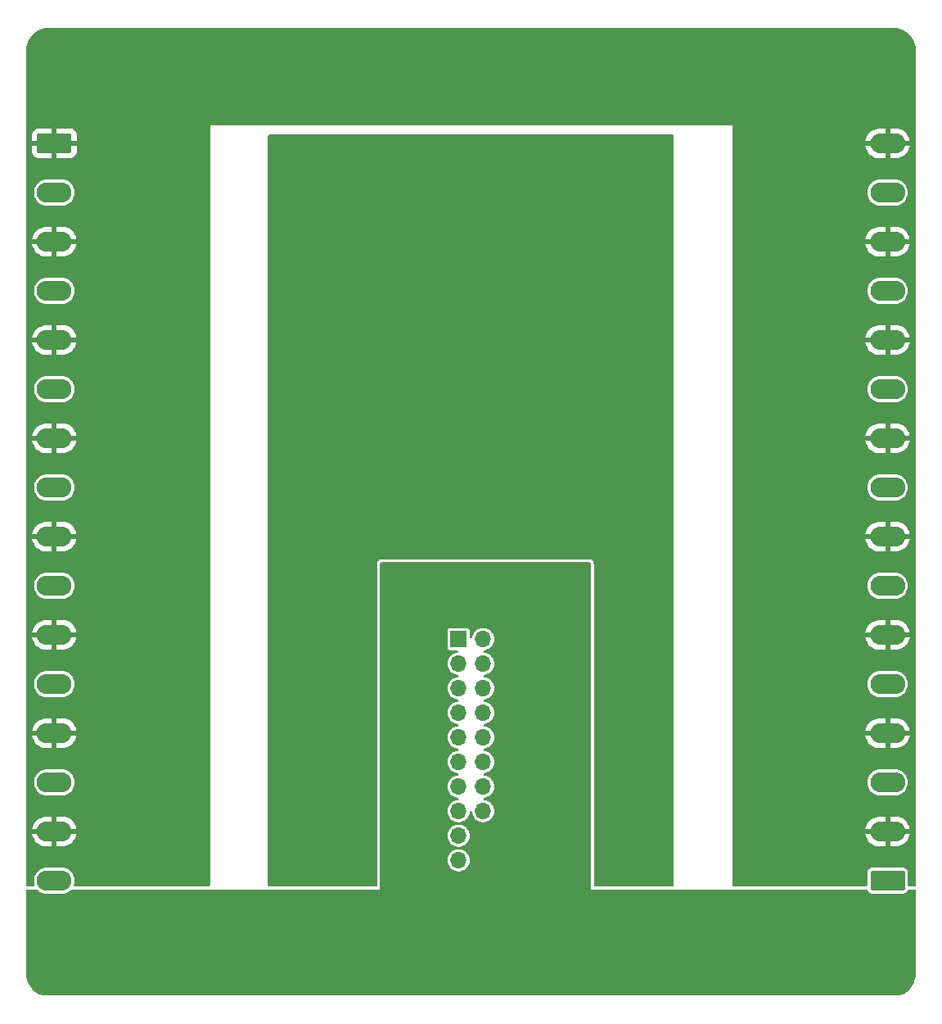
<source format=gbr>
G04 #@! TF.GenerationSoftware,KiCad,Pcbnew,7.0.1*
G04 #@! TF.CreationDate,2023-06-29T16:02:41+02:00*
G04 #@! TF.ProjectId,Magnetsteuerung_v2.1,4d61676e-6574-4737-9465-756572756e67,rev?*
G04 #@! TF.SameCoordinates,Original*
G04 #@! TF.FileFunction,Copper,L2,Bot*
G04 #@! TF.FilePolarity,Positive*
%FSLAX46Y46*%
G04 Gerber Fmt 4.6, Leading zero omitted, Abs format (unit mm)*
G04 Created by KiCad (PCBNEW 7.0.1) date 2023-06-29 16:02:41*
%MOMM*%
%LPD*%
G01*
G04 APERTURE LIST*
G04 Aperture macros list*
%AMRoundRect*
0 Rectangle with rounded corners*
0 $1 Rounding radius*
0 $2 $3 $4 $5 $6 $7 $8 $9 X,Y pos of 4 corners*
0 Add a 4 corners polygon primitive as box body*
4,1,4,$2,$3,$4,$5,$6,$7,$8,$9,$2,$3,0*
0 Add four circle primitives for the rounded corners*
1,1,$1+$1,$2,$3*
1,1,$1+$1,$4,$5*
1,1,$1+$1,$6,$7*
1,1,$1+$1,$8,$9*
0 Add four rect primitives between the rounded corners*
20,1,$1+$1,$2,$3,$4,$5,0*
20,1,$1+$1,$4,$5,$6,$7,0*
20,1,$1+$1,$6,$7,$8,$9,0*
20,1,$1+$1,$8,$9,$2,$3,0*%
G04 Aperture macros list end*
G04 #@! TA.AperFunction,ComponentPad*
%ADD10C,0.900000*%
G04 #@! TD*
G04 #@! TA.AperFunction,ComponentPad*
%ADD11C,8.600000*%
G04 #@! TD*
G04 #@! TA.AperFunction,ComponentPad*
%ADD12R,1.700000X1.700000*%
G04 #@! TD*
G04 #@! TA.AperFunction,ComponentPad*
%ADD13O,1.700000X1.700000*%
G04 #@! TD*
G04 #@! TA.AperFunction,ComponentPad*
%ADD14RoundRect,0.249999X1.550001X-0.790001X1.550001X0.790001X-1.550001X0.790001X-1.550001X-0.790001X0*%
G04 #@! TD*
G04 #@! TA.AperFunction,ComponentPad*
%ADD15O,3.600000X2.080000*%
G04 #@! TD*
G04 #@! TA.AperFunction,ComponentPad*
%ADD16RoundRect,0.249999X-1.550001X0.790001X-1.550001X-0.790001X1.550001X-0.790001X1.550001X0.790001X0*%
G04 #@! TD*
G04 #@! TA.AperFunction,ViaPad*
%ADD17C,0.800000*%
G04 #@! TD*
G04 APERTURE END LIST*
D10*
X90275000Y-35500000D03*
X91219581Y-33219581D03*
X91219581Y-37780419D03*
X93500000Y-32275000D03*
D11*
X93500000Y-35500000D03*
D10*
X93500000Y-38725000D03*
X95780419Y-33219581D03*
X95780419Y-37780419D03*
X96725000Y-35500000D03*
X173275000Y-35500000D03*
X174219581Y-33219581D03*
X174219581Y-37780419D03*
X176500000Y-32275000D03*
D11*
X176500000Y-35500000D03*
D10*
X176500000Y-38725000D03*
X178780419Y-33219581D03*
X178780419Y-37780419D03*
X179725000Y-35500000D03*
X173275000Y-126500000D03*
X174219581Y-124219581D03*
X174219581Y-128780419D03*
X176500000Y-123275000D03*
D11*
X176500000Y-126500000D03*
D10*
X176500000Y-129725000D03*
X178780419Y-124219581D03*
X178780419Y-128780419D03*
X179725000Y-126500000D03*
D12*
X133725000Y-94145000D03*
D13*
X136265000Y-94145000D03*
X133725000Y-96685000D03*
X136265000Y-96685000D03*
X133725000Y-99225000D03*
X136265000Y-99225000D03*
X133725000Y-101765000D03*
X136265000Y-101765000D03*
X133725000Y-104305000D03*
X136265000Y-104305000D03*
X133725000Y-106845000D03*
X136265000Y-106845000D03*
X133725000Y-109385000D03*
X136265000Y-109385000D03*
X133725000Y-111925000D03*
X136265000Y-111925000D03*
X133725000Y-114465000D03*
X136265000Y-114465000D03*
X133725000Y-117005000D03*
X136265000Y-117005000D03*
D10*
X90275000Y-126500000D03*
X91219581Y-124219581D03*
X91219581Y-128780419D03*
X93500000Y-123275000D03*
D11*
X93500000Y-126500000D03*
D10*
X93500000Y-129725000D03*
X95780419Y-124219581D03*
X95780419Y-128780419D03*
X96725000Y-126500000D03*
D14*
X178100000Y-119100000D03*
D15*
X178100000Y-114020000D03*
X178100000Y-108940000D03*
X178100000Y-103860000D03*
X178100000Y-98780000D03*
X178100000Y-93700000D03*
X178100000Y-88620000D03*
X178100000Y-83540000D03*
X178100000Y-78460000D03*
X178100000Y-73380000D03*
X178100000Y-68300000D03*
X178100000Y-63220000D03*
X178100000Y-58140000D03*
X178100000Y-53060000D03*
X178100000Y-47980000D03*
X178100000Y-42900000D03*
D16*
X91900000Y-42900000D03*
D15*
X91900000Y-47980000D03*
X91900000Y-53060000D03*
X91900000Y-58140000D03*
X91900000Y-63220000D03*
X91900000Y-68300000D03*
X91900000Y-73380000D03*
X91900000Y-78460000D03*
X91900000Y-83540000D03*
X91900000Y-88620000D03*
X91900000Y-93700000D03*
X91900000Y-98780000D03*
X91900000Y-103860000D03*
X91900000Y-108940000D03*
X91900000Y-114020000D03*
X91900000Y-119100000D03*
D17*
X136000000Y-87800000D03*
X133000000Y-87800000D03*
X144400000Y-87800000D03*
X138800000Y-87800000D03*
X141600000Y-87800000D03*
X130200000Y-89400000D03*
X130200000Y-87800000D03*
X133000000Y-89400000D03*
X144400000Y-89400000D03*
X127400000Y-89400000D03*
X130200000Y-92400000D03*
X138800000Y-91000000D03*
X127400000Y-87800000D03*
X127400000Y-92400000D03*
X144400000Y-92400000D03*
X138800000Y-89400000D03*
X141600000Y-91000000D03*
X144400000Y-91000000D03*
X136000000Y-89400000D03*
X133000000Y-91000000D03*
X141600000Y-92400000D03*
X130200000Y-91000000D03*
X141600000Y-89400000D03*
X127400000Y-91000000D03*
X136000000Y-91000000D03*
X115400000Y-109140000D03*
X116800000Y-109140000D03*
X154520000Y-42710000D03*
X153060000Y-113830000D03*
X154520000Y-113830000D03*
X139000000Y-81500000D03*
X145000000Y-83000000D03*
X143500000Y-81500000D03*
X153060000Y-52870000D03*
X154520000Y-83350000D03*
X143500000Y-77000000D03*
X142000000Y-83000000D03*
X137500000Y-81500000D03*
X142000000Y-81500000D03*
X139000000Y-83000000D03*
X115400000Y-58340000D03*
X142000000Y-80000000D03*
X116800000Y-68500000D03*
X154520000Y-73190000D03*
X154520000Y-93510000D03*
X145000000Y-81500000D03*
X116800000Y-88820000D03*
X137500000Y-83000000D03*
X153060000Y-73190000D03*
X115400000Y-48180000D03*
X115400000Y-88820000D03*
X143500000Y-80000000D03*
X116800000Y-98980000D03*
X116800000Y-58340000D03*
X153060000Y-83350000D03*
X142000000Y-77000000D03*
X153060000Y-63030000D03*
X153060000Y-93510000D03*
X145000000Y-80000000D03*
X154520000Y-103670000D03*
X143500000Y-78500000D03*
X145000000Y-78500000D03*
X153060000Y-42710000D03*
X153060000Y-103670000D03*
X116800000Y-78660000D03*
X116800000Y-119300000D03*
X145000000Y-77000000D03*
X115400000Y-119300000D03*
X140500000Y-81500000D03*
X115400000Y-78660000D03*
X143500000Y-83000000D03*
X154520000Y-52870000D03*
X115400000Y-98980000D03*
X115400000Y-68500000D03*
X116800000Y-48180000D03*
X140500000Y-83000000D03*
X142000000Y-78500000D03*
X154520000Y-63030000D03*
G04 #@! TA.AperFunction,Conductor*
G36*
X147337000Y-86216881D02*
G01*
X147383119Y-86263000D01*
X147400000Y-86326000D01*
X147400000Y-120800000D01*
X125600000Y-120800000D01*
X125600000Y-117004999D01*
X132569571Y-117004999D01*
X132589244Y-117217312D01*
X132647594Y-117422387D01*
X132742635Y-117613257D01*
X132806880Y-117698330D01*
X132871128Y-117783407D01*
X133028698Y-117927052D01*
X133209978Y-118039297D01*
X133209981Y-118039298D01*
X133408802Y-118116321D01*
X133618390Y-118155500D01*
X133831608Y-118155500D01*
X133831610Y-118155500D01*
X134041198Y-118116321D01*
X134240019Y-118039298D01*
X134421302Y-117927052D01*
X134578872Y-117783407D01*
X134707366Y-117613255D01*
X134802405Y-117422389D01*
X134860756Y-117217310D01*
X134880429Y-117005000D01*
X134860756Y-116792690D01*
X134802405Y-116587611D01*
X134707366Y-116396745D01*
X134578872Y-116226593D01*
X134421302Y-116082948D01*
X134421301Y-116082947D01*
X134240021Y-115970702D01*
X134041198Y-115893679D01*
X133854902Y-115858854D01*
X133793171Y-115828115D01*
X133756867Y-115769481D01*
X133756867Y-115700519D01*
X133793171Y-115641885D01*
X133854902Y-115611145D01*
X134041198Y-115576321D01*
X134240019Y-115499298D01*
X134421302Y-115387052D01*
X134578872Y-115243407D01*
X134707366Y-115073255D01*
X134802405Y-114882389D01*
X134860756Y-114677310D01*
X134880429Y-114465000D01*
X134860756Y-114252690D01*
X134802405Y-114047611D01*
X134707366Y-113856745D01*
X134578872Y-113686593D01*
X134421302Y-113542948D01*
X134421301Y-113542947D01*
X134240021Y-113430702D01*
X134041198Y-113353679D01*
X134041197Y-113353678D01*
X133854902Y-113318854D01*
X133793171Y-113288115D01*
X133756867Y-113229481D01*
X133756867Y-113160519D01*
X133793171Y-113101885D01*
X133854902Y-113071145D01*
X134041198Y-113036321D01*
X134240019Y-112959298D01*
X134421302Y-112847052D01*
X134578872Y-112703407D01*
X134707366Y-112533255D01*
X134802405Y-112342389D01*
X134860756Y-112137310D01*
X134869537Y-112042537D01*
X134889966Y-111984568D01*
X134935390Y-111943158D01*
X134995000Y-111928166D01*
X135054610Y-111943158D01*
X135100034Y-111984568D01*
X135120462Y-112042537D01*
X135127021Y-112113323D01*
X135129244Y-112137312D01*
X135187594Y-112342387D01*
X135282635Y-112533257D01*
X135346881Y-112618331D01*
X135411128Y-112703407D01*
X135568698Y-112847052D01*
X135749978Y-112959297D01*
X135749981Y-112959298D01*
X135948802Y-113036321D01*
X136158390Y-113075500D01*
X136371608Y-113075500D01*
X136371610Y-113075500D01*
X136581198Y-113036321D01*
X136780019Y-112959298D01*
X136961302Y-112847052D01*
X137118872Y-112703407D01*
X137247366Y-112533255D01*
X137342405Y-112342389D01*
X137400756Y-112137310D01*
X137420429Y-111925000D01*
X137400756Y-111712690D01*
X137342405Y-111507611D01*
X137247366Y-111316745D01*
X137118872Y-111146593D01*
X136961302Y-111002948D01*
X136961301Y-111002947D01*
X136780021Y-110890702D01*
X136581198Y-110813679D01*
X136394902Y-110778854D01*
X136333171Y-110748115D01*
X136296867Y-110689481D01*
X136296867Y-110620519D01*
X136333171Y-110561885D01*
X136394902Y-110531145D01*
X136581198Y-110496321D01*
X136780019Y-110419298D01*
X136961302Y-110307052D01*
X137118872Y-110163407D01*
X137247366Y-109993255D01*
X137342405Y-109802389D01*
X137400756Y-109597310D01*
X137420429Y-109385000D01*
X137400756Y-109172690D01*
X137342405Y-108967611D01*
X137247366Y-108776745D01*
X137118872Y-108606593D01*
X136961302Y-108462948D01*
X136961301Y-108462947D01*
X136780021Y-108350702D01*
X136581198Y-108273679D01*
X136394902Y-108238854D01*
X136333171Y-108208115D01*
X136296867Y-108149481D01*
X136296867Y-108080519D01*
X136333171Y-108021885D01*
X136394902Y-107991145D01*
X136581198Y-107956321D01*
X136780019Y-107879298D01*
X136961302Y-107767052D01*
X137118872Y-107623407D01*
X137247366Y-107453255D01*
X137342405Y-107262389D01*
X137400756Y-107057310D01*
X137420429Y-106845000D01*
X137400756Y-106632690D01*
X137342405Y-106427611D01*
X137247366Y-106236745D01*
X137118872Y-106066593D01*
X136961302Y-105922948D01*
X136961301Y-105922947D01*
X136780021Y-105810702D01*
X136581193Y-105733677D01*
X136394904Y-105698853D01*
X136333171Y-105668114D01*
X136296867Y-105609480D01*
X136296867Y-105540517D01*
X136333172Y-105481884D01*
X136394900Y-105451146D01*
X136581198Y-105416321D01*
X136780019Y-105339298D01*
X136961302Y-105227052D01*
X137118872Y-105083407D01*
X137247366Y-104913255D01*
X137342405Y-104722389D01*
X137400756Y-104517310D01*
X137420429Y-104305000D01*
X137400756Y-104092690D01*
X137342405Y-103887611D01*
X137247366Y-103696745D01*
X137118872Y-103526593D01*
X136961302Y-103382948D01*
X136961301Y-103382947D01*
X136780021Y-103270702D01*
X136581193Y-103193677D01*
X136394904Y-103158853D01*
X136333171Y-103128114D01*
X136296867Y-103069480D01*
X136296867Y-103000517D01*
X136333172Y-102941884D01*
X136394900Y-102911146D01*
X136581198Y-102876321D01*
X136780019Y-102799298D01*
X136961302Y-102687052D01*
X137118872Y-102543407D01*
X137247366Y-102373255D01*
X137342405Y-102182389D01*
X137400756Y-101977310D01*
X137420429Y-101765000D01*
X137400756Y-101552690D01*
X137342405Y-101347611D01*
X137247366Y-101156745D01*
X137118872Y-100986593D01*
X136961302Y-100842948D01*
X136961301Y-100842947D01*
X136780021Y-100730702D01*
X136581193Y-100653677D01*
X136394904Y-100618853D01*
X136333171Y-100588114D01*
X136296867Y-100529480D01*
X136296867Y-100460517D01*
X136333172Y-100401884D01*
X136394900Y-100371146D01*
X136581198Y-100336321D01*
X136780019Y-100259298D01*
X136961302Y-100147052D01*
X137118872Y-100003407D01*
X137247366Y-99833255D01*
X137342405Y-99642389D01*
X137400756Y-99437310D01*
X137420429Y-99225000D01*
X137400756Y-99012690D01*
X137342405Y-98807611D01*
X137247366Y-98616745D01*
X137118872Y-98446593D01*
X136961302Y-98302948D01*
X136961301Y-98302947D01*
X136780021Y-98190702D01*
X136581198Y-98113679D01*
X136581197Y-98113678D01*
X136394902Y-98078854D01*
X136333171Y-98048115D01*
X136296867Y-97989481D01*
X136296867Y-97920519D01*
X136333171Y-97861885D01*
X136394902Y-97831145D01*
X136581198Y-97796321D01*
X136780019Y-97719298D01*
X136961302Y-97607052D01*
X137118872Y-97463407D01*
X137247366Y-97293255D01*
X137342405Y-97102389D01*
X137400756Y-96897310D01*
X137420429Y-96685000D01*
X137400756Y-96472690D01*
X137342405Y-96267611D01*
X137247366Y-96076745D01*
X137118872Y-95906593D01*
X136961302Y-95762948D01*
X136961301Y-95762947D01*
X136780021Y-95650702D01*
X136581198Y-95573679D01*
X136581187Y-95573677D01*
X136394902Y-95538854D01*
X136333171Y-95508115D01*
X136296867Y-95449481D01*
X136296867Y-95380519D01*
X136333171Y-95321885D01*
X136394902Y-95291145D01*
X136581198Y-95256321D01*
X136780019Y-95179298D01*
X136798646Y-95167765D01*
X136830408Y-95148098D01*
X136961302Y-95067052D01*
X137118872Y-94923407D01*
X137247366Y-94753255D01*
X137342405Y-94562389D01*
X137400756Y-94357310D01*
X137420429Y-94145000D01*
X137400756Y-93932690D01*
X137342405Y-93727611D01*
X137247366Y-93536745D01*
X137118872Y-93366593D01*
X136961302Y-93222948D01*
X136961301Y-93222947D01*
X136780021Y-93110702D01*
X136581198Y-93033679D01*
X136371610Y-92994500D01*
X136158390Y-92994500D01*
X136018664Y-93020619D01*
X135948801Y-93033679D01*
X135749978Y-93110702D01*
X135568698Y-93222947D01*
X135411127Y-93366594D01*
X135282635Y-93536742D01*
X135187594Y-93727612D01*
X135129243Y-93932693D01*
X135126961Y-93957321D01*
X135105448Y-94016902D01*
X135057661Y-94058485D01*
X134995679Y-94071560D01*
X134935168Y-94052821D01*
X134891422Y-94007006D01*
X134875499Y-93945694D01*
X134875499Y-93250134D01*
X134872585Y-93225009D01*
X134827205Y-93122233D01*
X134747766Y-93042794D01*
X134644992Y-92997415D01*
X134639965Y-92996832D01*
X134619865Y-92994500D01*
X134619861Y-92994500D01*
X132830134Y-92994500D01*
X132805009Y-92997414D01*
X132702233Y-93042794D01*
X132622794Y-93122233D01*
X132577415Y-93225007D01*
X132574500Y-93250138D01*
X132574500Y-95039865D01*
X132577414Y-95064990D01*
X132622794Y-95167766D01*
X132702233Y-95247205D01*
X132702234Y-95247205D01*
X132702235Y-95247206D01*
X132805009Y-95292585D01*
X132830135Y-95295500D01*
X133537175Y-95295499D01*
X133596783Y-95310491D01*
X133642207Y-95351901D01*
X133662635Y-95409873D01*
X133653207Y-95470611D01*
X133616166Y-95519663D01*
X133560326Y-95545353D01*
X133408806Y-95573677D01*
X133209978Y-95650702D01*
X133028698Y-95762947D01*
X132871127Y-95906594D01*
X132742635Y-96076742D01*
X132647594Y-96267612D01*
X132589244Y-96472687D01*
X132569571Y-96685000D01*
X132589244Y-96897312D01*
X132647594Y-97102387D01*
X132742635Y-97293257D01*
X132806880Y-97378330D01*
X132871128Y-97463407D01*
X133028697Y-97607051D01*
X133028698Y-97607052D01*
X133209978Y-97719297D01*
X133209981Y-97719298D01*
X133408802Y-97796321D01*
X133595096Y-97831145D01*
X133656828Y-97861885D01*
X133693132Y-97920519D01*
X133693132Y-97989481D01*
X133656828Y-98048115D01*
X133595096Y-98078854D01*
X133469566Y-98102320D01*
X133408801Y-98113679D01*
X133209978Y-98190702D01*
X133028698Y-98302947D01*
X132871127Y-98446594D01*
X132742635Y-98616742D01*
X132647594Y-98807612D01*
X132589244Y-99012687D01*
X132569571Y-99224999D01*
X132589244Y-99437312D01*
X132647594Y-99642387D01*
X132742635Y-99833257D01*
X132806881Y-99918331D01*
X132871128Y-100003407D01*
X133028697Y-100147051D01*
X133028698Y-100147052D01*
X133209978Y-100259297D01*
X133209981Y-100259298D01*
X133408802Y-100336321D01*
X133595097Y-100371145D01*
X133656827Y-100401884D01*
X133693132Y-100460517D01*
X133693132Y-100529480D01*
X133656828Y-100588114D01*
X133595095Y-100618853D01*
X133408806Y-100653677D01*
X133209978Y-100730702D01*
X133028698Y-100842947D01*
X132871127Y-100986594D01*
X132742635Y-101156742D01*
X132647594Y-101347612D01*
X132589244Y-101552687D01*
X132569571Y-101764999D01*
X132589244Y-101977312D01*
X132647594Y-102182387D01*
X132742635Y-102373257D01*
X132806880Y-102458330D01*
X132871128Y-102543407D01*
X133028698Y-102687052D01*
X133209978Y-102799297D01*
X133209981Y-102799298D01*
X133408802Y-102876321D01*
X133595097Y-102911145D01*
X133656827Y-102941884D01*
X133693132Y-103000517D01*
X133693132Y-103069480D01*
X133656828Y-103128114D01*
X133595095Y-103158853D01*
X133408806Y-103193677D01*
X133209978Y-103270702D01*
X133028698Y-103382947D01*
X132871127Y-103526594D01*
X132742635Y-103696742D01*
X132647594Y-103887612D01*
X132589244Y-104092687D01*
X132569571Y-104305000D01*
X132589244Y-104517312D01*
X132647594Y-104722387D01*
X132742635Y-104913257D01*
X132806880Y-104998330D01*
X132871128Y-105083407D01*
X133028697Y-105227051D01*
X133028698Y-105227052D01*
X133209978Y-105339297D01*
X133209981Y-105339298D01*
X133408802Y-105416321D01*
X133595097Y-105451145D01*
X133656827Y-105481884D01*
X133693132Y-105540517D01*
X133693132Y-105609480D01*
X133656828Y-105668114D01*
X133595095Y-105698853D01*
X133408806Y-105733677D01*
X133209978Y-105810702D01*
X133028698Y-105922947D01*
X132871127Y-106066594D01*
X132742635Y-106236742D01*
X132647594Y-106427612D01*
X132589244Y-106632687D01*
X132569571Y-106845000D01*
X132589244Y-107057312D01*
X132647594Y-107262387D01*
X132742635Y-107453257D01*
X132806880Y-107538330D01*
X132871128Y-107623407D01*
X133028697Y-107767051D01*
X133028698Y-107767052D01*
X133209978Y-107879297D01*
X133209981Y-107879298D01*
X133408802Y-107956321D01*
X133595096Y-107991145D01*
X133656828Y-108021885D01*
X133693132Y-108080519D01*
X133693132Y-108149481D01*
X133656828Y-108208115D01*
X133595096Y-108238854D01*
X133469566Y-108262320D01*
X133408801Y-108273679D01*
X133209978Y-108350702D01*
X133028698Y-108462947D01*
X132871127Y-108606594D01*
X132742635Y-108776742D01*
X132647594Y-108967612D01*
X132589244Y-109172687D01*
X132569571Y-109384999D01*
X132589244Y-109597312D01*
X132647594Y-109802387D01*
X132742635Y-109993257D01*
X132806880Y-110078330D01*
X132871128Y-110163407D01*
X133028698Y-110307052D01*
X133209978Y-110419297D01*
X133209981Y-110419298D01*
X133408802Y-110496321D01*
X133595096Y-110531145D01*
X133656828Y-110561885D01*
X133693132Y-110620519D01*
X133693132Y-110689481D01*
X133656828Y-110748115D01*
X133595096Y-110778854D01*
X133469566Y-110802320D01*
X133408801Y-110813679D01*
X133209978Y-110890702D01*
X133028698Y-111002947D01*
X132871127Y-111146594D01*
X132742635Y-111316742D01*
X132647594Y-111507612D01*
X132589244Y-111712687D01*
X132569571Y-111925000D01*
X132589244Y-112137312D01*
X132647594Y-112342387D01*
X132742635Y-112533257D01*
X132806881Y-112618331D01*
X132871128Y-112703407D01*
X133028698Y-112847052D01*
X133209978Y-112959297D01*
X133209981Y-112959298D01*
X133408802Y-113036321D01*
X133595096Y-113071145D01*
X133656828Y-113101885D01*
X133693132Y-113160519D01*
X133693132Y-113229481D01*
X133656828Y-113288115D01*
X133595096Y-113318854D01*
X133469566Y-113342320D01*
X133408801Y-113353679D01*
X133209978Y-113430702D01*
X133028698Y-113542947D01*
X132871127Y-113686594D01*
X132742635Y-113856742D01*
X132647594Y-114047612D01*
X132589244Y-114252687D01*
X132569571Y-114465000D01*
X132589244Y-114677312D01*
X132647594Y-114882387D01*
X132742635Y-115073257D01*
X132806880Y-115158330D01*
X132871128Y-115243407D01*
X133028697Y-115387051D01*
X133028698Y-115387052D01*
X133209978Y-115499297D01*
X133209981Y-115499298D01*
X133408802Y-115576321D01*
X133595096Y-115611145D01*
X133656828Y-115641885D01*
X133693132Y-115700519D01*
X133693132Y-115769481D01*
X133656828Y-115828115D01*
X133595096Y-115858854D01*
X133469566Y-115882320D01*
X133408801Y-115893679D01*
X133209978Y-115970702D01*
X133028698Y-116082947D01*
X132871127Y-116226594D01*
X132742635Y-116396742D01*
X132647594Y-116587612D01*
X132589244Y-116792687D01*
X132569571Y-117004999D01*
X125600000Y-117004999D01*
X125600000Y-86326000D01*
X125616881Y-86263000D01*
X125663000Y-86216881D01*
X125726000Y-86200000D01*
X147274000Y-86200000D01*
X147337000Y-86216881D01*
G37*
G04 #@! TD.AperFunction*
G04 #@! TA.AperFunction,Conductor*
G36*
X90140275Y-120009591D02*
G01*
X90181149Y-120036902D01*
X90270247Y-120126000D01*
X90275051Y-120130804D01*
X90467188Y-120265340D01*
X90467189Y-120265340D01*
X90467190Y-120265341D01*
X90679771Y-120364469D01*
X90906336Y-120425177D01*
X91081478Y-120440500D01*
X92718516Y-120440500D01*
X92718522Y-120440500D01*
X92893664Y-120425177D01*
X93120229Y-120364469D01*
X93332810Y-120265341D01*
X93524948Y-120130805D01*
X93618850Y-120036902D01*
X93659725Y-120009591D01*
X93707943Y-120000000D01*
X115297619Y-120000000D01*
X115301738Y-120000500D01*
X115314944Y-120000500D01*
X115485056Y-120000500D01*
X115498262Y-120000500D01*
X115502381Y-120000000D01*
X116697619Y-120000000D01*
X116701738Y-120000500D01*
X116714944Y-120000500D01*
X116885056Y-120000500D01*
X116898262Y-120000500D01*
X116902381Y-120000000D01*
X125600000Y-120000000D01*
X147400000Y-120000000D01*
X175915863Y-120000000D01*
X175964743Y-120009867D01*
X176005966Y-120037924D01*
X176033078Y-120079776D01*
X176065638Y-120162342D01*
X176065639Y-120162343D01*
X176157077Y-120282923D01*
X176277657Y-120374361D01*
X176418435Y-120429877D01*
X176506897Y-120440500D01*
X179693102Y-120440499D01*
X179693104Y-120440499D01*
X179737333Y-120435188D01*
X179781565Y-120429877D01*
X179922343Y-120374361D01*
X180042923Y-120282923D01*
X180134361Y-120162343D01*
X180166921Y-120079776D01*
X180194032Y-120037925D01*
X180235256Y-120009868D01*
X180284136Y-120000000D01*
X180898500Y-120000000D01*
X180961500Y-120016881D01*
X181007619Y-120063000D01*
X181024500Y-120126000D01*
X181024500Y-128746194D01*
X181024270Y-128753802D01*
X181008376Y-129016553D01*
X181006542Y-129031657D01*
X180959781Y-129286824D01*
X180956140Y-129301598D01*
X180878962Y-129549269D01*
X180873567Y-129563495D01*
X180767095Y-129800068D01*
X180760023Y-129813541D01*
X180625821Y-130035538D01*
X180617178Y-130048060D01*
X180457184Y-130252277D01*
X180447094Y-130263665D01*
X180263665Y-130447094D01*
X180252277Y-130457184D01*
X180048060Y-130617178D01*
X180035538Y-130625821D01*
X179813541Y-130760023D01*
X179800068Y-130767095D01*
X179563495Y-130873567D01*
X179549268Y-130878962D01*
X179336559Y-130945244D01*
X179299142Y-130950949D01*
X90938411Y-130998945D01*
X90915632Y-130996881D01*
X90713176Y-130959781D01*
X90698405Y-130956141D01*
X90559210Y-130912766D01*
X90450730Y-130878962D01*
X90436504Y-130873567D01*
X90199931Y-130767095D01*
X90186458Y-130760023D01*
X89964461Y-130625821D01*
X89951939Y-130617178D01*
X89909516Y-130583942D01*
X89747722Y-130457184D01*
X89736334Y-130447094D01*
X89552905Y-130263665D01*
X89542815Y-130252277D01*
X89382821Y-130048060D01*
X89374178Y-130035538D01*
X89239976Y-129813541D01*
X89232904Y-129800068D01*
X89126432Y-129563495D01*
X89121037Y-129549269D01*
X89087956Y-129443108D01*
X89043855Y-129301582D01*
X89040220Y-129286835D01*
X89002064Y-129078620D01*
X89000000Y-129055908D01*
X89000000Y-120126000D01*
X89016881Y-120063000D01*
X89063000Y-120016881D01*
X89126000Y-120000000D01*
X90092057Y-120000000D01*
X90140275Y-120009591D01*
G37*
G04 #@! TD.AperFunction*
G04 #@! TA.AperFunction,Conductor*
G36*
X181007240Y-37674733D02*
G01*
X181024500Y-37738385D01*
X181024500Y-119568500D01*
X181007619Y-119631500D01*
X180961500Y-119677619D01*
X180898500Y-119694500D01*
X180326499Y-119694500D01*
X180263499Y-119677619D01*
X180217380Y-119631500D01*
X180200499Y-119568500D01*
X180200499Y-118266895D01*
X180189877Y-118178436D01*
X180189877Y-118178435D01*
X180134361Y-118037657D01*
X180042923Y-117917077D01*
X179922343Y-117825639D01*
X179922342Y-117825638D01*
X179781564Y-117770122D01*
X179693104Y-117759500D01*
X176506895Y-117759500D01*
X176418436Y-117770122D01*
X176277657Y-117825639D01*
X176157077Y-117917077D01*
X176065638Y-118037657D01*
X176010122Y-118178435D01*
X175999500Y-118266896D01*
X175999500Y-119568500D01*
X175982619Y-119631500D01*
X175936500Y-119677619D01*
X175873500Y-119694500D01*
X162176000Y-119694500D01*
X162113000Y-119677619D01*
X162066881Y-119631500D01*
X162050000Y-119568500D01*
X162050000Y-114274000D01*
X175811472Y-114274000D01*
X175818350Y-114330647D01*
X175887885Y-114570710D01*
X175995031Y-114796518D01*
X176137009Y-115002208D01*
X176310146Y-115182462D01*
X176509955Y-115332610D01*
X176731266Y-115448762D01*
X176968334Y-115527908D01*
X177215030Y-115568000D01*
X177846000Y-115568000D01*
X177846000Y-114274000D01*
X178354000Y-114274000D01*
X178354000Y-115568000D01*
X178922388Y-115568000D01*
X179109119Y-115552925D01*
X179351800Y-115493109D01*
X179581729Y-115395146D01*
X179792978Y-115261559D01*
X179980051Y-115095827D01*
X180138123Y-114902225D01*
X180263090Y-114685775D01*
X180351718Y-114452084D01*
X180388075Y-114274000D01*
X178354000Y-114274000D01*
X177846000Y-114274000D01*
X175811472Y-114274000D01*
X162050000Y-114274000D01*
X162050000Y-113766000D01*
X175811924Y-113766000D01*
X177846000Y-113766000D01*
X177846000Y-112472000D01*
X178354000Y-112472000D01*
X178354000Y-113766000D01*
X180388528Y-113766000D01*
X180388528Y-113765999D01*
X180381649Y-113709352D01*
X180312114Y-113469289D01*
X180204968Y-113243481D01*
X180062990Y-113037791D01*
X179889853Y-112857537D01*
X179690044Y-112707389D01*
X179468733Y-112591237D01*
X179231665Y-112512091D01*
X178984970Y-112472000D01*
X178354000Y-112472000D01*
X177846000Y-112472000D01*
X177277612Y-112472000D01*
X177090880Y-112487074D01*
X176848199Y-112546890D01*
X176618270Y-112644853D01*
X176407021Y-112778440D01*
X176219948Y-112944172D01*
X176061876Y-113137774D01*
X175936909Y-113354224D01*
X175848281Y-113587915D01*
X175811924Y-113766000D01*
X162050000Y-113766000D01*
X162050000Y-108939999D01*
X175994380Y-108939999D01*
X176014823Y-109173664D01*
X176075530Y-109400228D01*
X176174659Y-109612811D01*
X176309197Y-109804951D01*
X176475048Y-109970802D01*
X176667188Y-110105340D01*
X176667189Y-110105340D01*
X176667190Y-110105341D01*
X176879771Y-110204469D01*
X177106336Y-110265177D01*
X177281478Y-110280500D01*
X178918516Y-110280500D01*
X178918522Y-110280500D01*
X179093664Y-110265177D01*
X179320229Y-110204469D01*
X179532810Y-110105341D01*
X179724948Y-109970805D01*
X179890805Y-109804948D01*
X180025341Y-109612810D01*
X180124469Y-109400229D01*
X180185177Y-109173664D01*
X180205620Y-108940000D01*
X180185177Y-108706336D01*
X180124469Y-108479771D01*
X180025341Y-108267190D01*
X179890805Y-108075052D01*
X179890804Y-108075051D01*
X179890802Y-108075048D01*
X179724951Y-107909197D01*
X179532811Y-107774659D01*
X179320228Y-107675530D01*
X179093665Y-107614823D01*
X179068643Y-107612634D01*
X178918522Y-107599500D01*
X177281478Y-107599500D01*
X177150121Y-107610992D01*
X177106334Y-107614823D01*
X176879771Y-107675530D01*
X176667188Y-107774659D01*
X176475048Y-107909197D01*
X176309197Y-108075048D01*
X176174659Y-108267188D01*
X176075530Y-108479771D01*
X176014823Y-108706335D01*
X175994380Y-108939999D01*
X162050000Y-108939999D01*
X162050000Y-104114000D01*
X175811472Y-104114000D01*
X175818350Y-104170647D01*
X175887885Y-104410710D01*
X175995031Y-104636518D01*
X176137009Y-104842208D01*
X176310146Y-105022462D01*
X176509955Y-105172610D01*
X176731266Y-105288762D01*
X176968334Y-105367908D01*
X177215030Y-105408000D01*
X177846000Y-105408000D01*
X177846000Y-104114000D01*
X178354000Y-104114000D01*
X178354000Y-105408000D01*
X178922388Y-105408000D01*
X179109119Y-105392925D01*
X179351800Y-105333109D01*
X179581729Y-105235146D01*
X179792978Y-105101559D01*
X179980051Y-104935827D01*
X180138123Y-104742225D01*
X180263090Y-104525775D01*
X180351718Y-104292084D01*
X180388075Y-104114000D01*
X178354000Y-104114000D01*
X177846000Y-104114000D01*
X175811472Y-104114000D01*
X162050000Y-104114000D01*
X162050000Y-103606000D01*
X175811924Y-103606000D01*
X177846000Y-103606000D01*
X177846000Y-102312000D01*
X178354000Y-102312000D01*
X178354000Y-103606000D01*
X180388528Y-103606000D01*
X180388528Y-103605999D01*
X180381649Y-103549352D01*
X180312114Y-103309289D01*
X180204968Y-103083481D01*
X180062990Y-102877791D01*
X179889853Y-102697537D01*
X179690044Y-102547389D01*
X179468733Y-102431237D01*
X179231665Y-102352091D01*
X178984970Y-102312000D01*
X178354000Y-102312000D01*
X177846000Y-102312000D01*
X177277612Y-102312000D01*
X177090880Y-102327074D01*
X176848199Y-102386890D01*
X176618270Y-102484853D01*
X176407021Y-102618440D01*
X176219948Y-102784172D01*
X176061876Y-102977774D01*
X175936909Y-103194224D01*
X175848281Y-103427915D01*
X175811924Y-103606000D01*
X162050000Y-103606000D01*
X162050000Y-98779999D01*
X175994380Y-98779999D01*
X176014823Y-99013664D01*
X176075530Y-99240228D01*
X176174659Y-99452811D01*
X176309197Y-99644951D01*
X176475048Y-99810802D01*
X176667188Y-99945340D01*
X176667189Y-99945340D01*
X176667190Y-99945341D01*
X176879771Y-100044469D01*
X177106336Y-100105177D01*
X177281478Y-100120500D01*
X178918516Y-100120500D01*
X178918522Y-100120500D01*
X179093664Y-100105177D01*
X179320229Y-100044469D01*
X179532810Y-99945341D01*
X179724948Y-99810805D01*
X179890805Y-99644948D01*
X180025341Y-99452810D01*
X180124469Y-99240229D01*
X180185177Y-99013664D01*
X180205620Y-98780000D01*
X180185177Y-98546336D01*
X180124469Y-98319771D01*
X180025341Y-98107190D01*
X179890805Y-97915052D01*
X179890804Y-97915051D01*
X179890802Y-97915048D01*
X179724951Y-97749197D01*
X179532811Y-97614659D01*
X179320228Y-97515530D01*
X179093665Y-97454823D01*
X179068643Y-97452634D01*
X178918522Y-97439500D01*
X177281478Y-97439500D01*
X177150121Y-97450992D01*
X177106334Y-97454823D01*
X176879771Y-97515530D01*
X176667188Y-97614659D01*
X176475048Y-97749197D01*
X176309197Y-97915048D01*
X176174659Y-98107188D01*
X176075530Y-98319771D01*
X176014823Y-98546335D01*
X175994380Y-98779999D01*
X162050000Y-98779999D01*
X162050000Y-93954000D01*
X175811472Y-93954000D01*
X175818350Y-94010647D01*
X175887885Y-94250710D01*
X175995031Y-94476518D01*
X176137009Y-94682208D01*
X176310146Y-94862462D01*
X176509955Y-95012610D01*
X176731266Y-95128762D01*
X176968334Y-95207908D01*
X177215030Y-95248000D01*
X177846000Y-95248000D01*
X177846000Y-93954000D01*
X178354000Y-93954000D01*
X178354000Y-95248000D01*
X178922388Y-95248000D01*
X179109119Y-95232925D01*
X179351800Y-95173109D01*
X179581729Y-95075146D01*
X179792978Y-94941559D01*
X179980051Y-94775827D01*
X180138123Y-94582225D01*
X180263090Y-94365775D01*
X180351718Y-94132084D01*
X180388075Y-93954000D01*
X178354000Y-93954000D01*
X177846000Y-93954000D01*
X175811472Y-93954000D01*
X162050000Y-93954000D01*
X162050000Y-93446000D01*
X175811924Y-93446000D01*
X177846000Y-93446000D01*
X177846000Y-92152000D01*
X178354000Y-92152000D01*
X178354000Y-93446000D01*
X180388528Y-93446000D01*
X180388528Y-93445999D01*
X180381649Y-93389352D01*
X180312114Y-93149289D01*
X180204968Y-92923481D01*
X180062990Y-92717791D01*
X179889853Y-92537537D01*
X179690044Y-92387389D01*
X179468733Y-92271237D01*
X179231665Y-92192091D01*
X178984970Y-92152000D01*
X178354000Y-92152000D01*
X177846000Y-92152000D01*
X177277612Y-92152000D01*
X177090880Y-92167074D01*
X176848199Y-92226890D01*
X176618270Y-92324853D01*
X176407021Y-92458440D01*
X176219948Y-92624172D01*
X176061876Y-92817774D01*
X175936909Y-93034224D01*
X175848281Y-93267915D01*
X175811924Y-93446000D01*
X162050000Y-93446000D01*
X162050000Y-88620000D01*
X175994380Y-88620000D01*
X176014823Y-88853664D01*
X176075530Y-89080228D01*
X176174659Y-89292811D01*
X176309197Y-89484951D01*
X176475048Y-89650802D01*
X176667188Y-89785340D01*
X176667189Y-89785340D01*
X176667190Y-89785341D01*
X176879771Y-89884469D01*
X177106336Y-89945177D01*
X177281478Y-89960500D01*
X178918516Y-89960500D01*
X178918522Y-89960500D01*
X179093664Y-89945177D01*
X179320229Y-89884469D01*
X179532810Y-89785341D01*
X179724948Y-89650805D01*
X179890805Y-89484948D01*
X180025341Y-89292810D01*
X180124469Y-89080229D01*
X180185177Y-88853664D01*
X180205620Y-88620000D01*
X180185177Y-88386336D01*
X180124469Y-88159771D01*
X180025341Y-87947190D01*
X179890805Y-87755052D01*
X179890804Y-87755051D01*
X179890802Y-87755048D01*
X179724951Y-87589197D01*
X179532811Y-87454659D01*
X179320228Y-87355530D01*
X179093665Y-87294823D01*
X179068643Y-87292634D01*
X178918522Y-87279500D01*
X177281478Y-87279500D01*
X177150121Y-87290992D01*
X177106334Y-87294823D01*
X176879771Y-87355530D01*
X176667188Y-87454659D01*
X176475048Y-87589197D01*
X176309197Y-87755048D01*
X176174659Y-87947188D01*
X176075530Y-88159771D01*
X176014823Y-88386335D01*
X175994380Y-88620000D01*
X162050000Y-88620000D01*
X162050000Y-83794000D01*
X175811472Y-83794000D01*
X175818350Y-83850647D01*
X175887885Y-84090710D01*
X175995031Y-84316518D01*
X176137009Y-84522208D01*
X176310146Y-84702462D01*
X176509955Y-84852610D01*
X176731266Y-84968762D01*
X176968334Y-85047908D01*
X177215030Y-85088000D01*
X177846000Y-85088000D01*
X177846000Y-83794000D01*
X178354000Y-83794000D01*
X178354000Y-85088000D01*
X178922388Y-85088000D01*
X179109119Y-85072925D01*
X179351800Y-85013109D01*
X179581729Y-84915146D01*
X179792978Y-84781559D01*
X179980051Y-84615827D01*
X180138123Y-84422225D01*
X180263090Y-84205775D01*
X180351718Y-83972084D01*
X180388075Y-83794000D01*
X178354000Y-83794000D01*
X177846000Y-83794000D01*
X175811472Y-83794000D01*
X162050000Y-83794000D01*
X162050000Y-83286000D01*
X175811924Y-83286000D01*
X177846000Y-83286000D01*
X177846000Y-81992000D01*
X178354000Y-81992000D01*
X178354000Y-83286000D01*
X180388528Y-83286000D01*
X180388528Y-83285999D01*
X180381649Y-83229352D01*
X180312114Y-82989289D01*
X180204968Y-82763481D01*
X180062990Y-82557791D01*
X179889853Y-82377537D01*
X179690044Y-82227389D01*
X179468733Y-82111237D01*
X179231665Y-82032091D01*
X178984970Y-81992000D01*
X178354000Y-81992000D01*
X177846000Y-81992000D01*
X177277612Y-81992000D01*
X177090880Y-82007074D01*
X176848199Y-82066890D01*
X176618270Y-82164853D01*
X176407021Y-82298440D01*
X176219948Y-82464172D01*
X176061876Y-82657774D01*
X175936909Y-82874224D01*
X175848281Y-83107915D01*
X175811924Y-83286000D01*
X162050000Y-83286000D01*
X162050000Y-78460000D01*
X175994380Y-78460000D01*
X176014823Y-78693664D01*
X176075530Y-78920228D01*
X176174659Y-79132811D01*
X176309197Y-79324951D01*
X176475048Y-79490802D01*
X176667188Y-79625340D01*
X176667189Y-79625340D01*
X176667190Y-79625341D01*
X176879771Y-79724469D01*
X177106336Y-79785177D01*
X177281478Y-79800500D01*
X178918516Y-79800500D01*
X178918522Y-79800500D01*
X179093664Y-79785177D01*
X179320229Y-79724469D01*
X179532810Y-79625341D01*
X179724948Y-79490805D01*
X179890805Y-79324948D01*
X180025341Y-79132810D01*
X180124469Y-78920229D01*
X180185177Y-78693664D01*
X180205620Y-78460000D01*
X180185177Y-78226336D01*
X180124469Y-77999771D01*
X180025341Y-77787190D01*
X179890805Y-77595052D01*
X179890804Y-77595051D01*
X179890802Y-77595048D01*
X179724951Y-77429197D01*
X179532811Y-77294659D01*
X179320228Y-77195530D01*
X179093665Y-77134823D01*
X179068643Y-77132634D01*
X178918522Y-77119500D01*
X177281478Y-77119500D01*
X177150121Y-77130992D01*
X177106334Y-77134823D01*
X176879771Y-77195530D01*
X176667188Y-77294659D01*
X176475048Y-77429197D01*
X176309197Y-77595048D01*
X176174659Y-77787188D01*
X176075530Y-77999771D01*
X176014823Y-78226335D01*
X175994380Y-78460000D01*
X162050000Y-78460000D01*
X162050000Y-73634000D01*
X175811472Y-73634000D01*
X175818350Y-73690647D01*
X175887885Y-73930710D01*
X175995031Y-74156518D01*
X176137009Y-74362208D01*
X176310146Y-74542462D01*
X176509955Y-74692610D01*
X176731266Y-74808762D01*
X176968334Y-74887908D01*
X177215030Y-74928000D01*
X177846000Y-74928000D01*
X177846000Y-73634000D01*
X178354000Y-73634000D01*
X178354000Y-74928000D01*
X178922388Y-74928000D01*
X179109119Y-74912925D01*
X179351800Y-74853109D01*
X179581729Y-74755146D01*
X179792978Y-74621559D01*
X179980051Y-74455827D01*
X180138123Y-74262225D01*
X180263090Y-74045775D01*
X180351718Y-73812084D01*
X180388075Y-73634000D01*
X178354000Y-73634000D01*
X177846000Y-73634000D01*
X175811472Y-73634000D01*
X162050000Y-73634000D01*
X162050000Y-73126000D01*
X175811924Y-73126000D01*
X177846000Y-73126000D01*
X177846000Y-71832000D01*
X178354000Y-71832000D01*
X178354000Y-73126000D01*
X180388528Y-73126000D01*
X180388528Y-73125999D01*
X180381649Y-73069352D01*
X180312114Y-72829289D01*
X180204968Y-72603481D01*
X180062990Y-72397791D01*
X179889853Y-72217537D01*
X179690044Y-72067389D01*
X179468733Y-71951237D01*
X179231665Y-71872091D01*
X178984970Y-71832000D01*
X178354000Y-71832000D01*
X177846000Y-71832000D01*
X177277612Y-71832000D01*
X177090880Y-71847074D01*
X176848199Y-71906890D01*
X176618270Y-72004853D01*
X176407021Y-72138440D01*
X176219948Y-72304172D01*
X176061876Y-72497774D01*
X175936909Y-72714224D01*
X175848281Y-72947915D01*
X175811924Y-73126000D01*
X162050000Y-73126000D01*
X162050000Y-68300000D01*
X175994380Y-68300000D01*
X176014823Y-68533664D01*
X176075530Y-68760228D01*
X176174659Y-68972811D01*
X176309197Y-69164951D01*
X176475048Y-69330802D01*
X176667188Y-69465340D01*
X176667189Y-69465340D01*
X176667190Y-69465341D01*
X176879771Y-69564469D01*
X177106336Y-69625177D01*
X177281478Y-69640500D01*
X178918516Y-69640500D01*
X178918522Y-69640500D01*
X179093664Y-69625177D01*
X179320229Y-69564469D01*
X179532810Y-69465341D01*
X179724948Y-69330805D01*
X179890805Y-69164948D01*
X180025341Y-68972810D01*
X180124469Y-68760229D01*
X180185177Y-68533664D01*
X180205620Y-68300000D01*
X180185177Y-68066336D01*
X180124469Y-67839771D01*
X180025341Y-67627190D01*
X179890805Y-67435052D01*
X179890804Y-67435051D01*
X179890802Y-67435048D01*
X179724951Y-67269197D01*
X179532811Y-67134659D01*
X179320228Y-67035530D01*
X179093665Y-66974823D01*
X179068643Y-66972633D01*
X178918522Y-66959500D01*
X177281478Y-66959500D01*
X177150121Y-66970992D01*
X177106334Y-66974823D01*
X176879771Y-67035530D01*
X176667188Y-67134659D01*
X176475048Y-67269197D01*
X176309197Y-67435048D01*
X176174659Y-67627188D01*
X176075530Y-67839771D01*
X176014823Y-68066335D01*
X175994380Y-68300000D01*
X162050000Y-68300000D01*
X162050000Y-63474000D01*
X175811472Y-63474000D01*
X175818350Y-63530647D01*
X175887885Y-63770710D01*
X175995031Y-63996518D01*
X176137009Y-64202208D01*
X176310146Y-64382462D01*
X176509955Y-64532610D01*
X176731266Y-64648762D01*
X176968334Y-64727908D01*
X177215030Y-64768000D01*
X177846000Y-64768000D01*
X177846000Y-63474000D01*
X178354000Y-63474000D01*
X178354000Y-64768000D01*
X178922388Y-64768000D01*
X179109119Y-64752925D01*
X179351800Y-64693109D01*
X179581729Y-64595146D01*
X179792978Y-64461559D01*
X179980051Y-64295827D01*
X180138123Y-64102225D01*
X180263090Y-63885775D01*
X180351718Y-63652084D01*
X180388075Y-63474000D01*
X178354000Y-63474000D01*
X177846000Y-63474000D01*
X175811472Y-63474000D01*
X162050000Y-63474000D01*
X162050000Y-62966000D01*
X175811924Y-62966000D01*
X177846000Y-62966000D01*
X177846000Y-61672000D01*
X178354000Y-61672000D01*
X178354000Y-62966000D01*
X180388528Y-62966000D01*
X180388528Y-62965999D01*
X180381649Y-62909352D01*
X180312114Y-62669289D01*
X180204968Y-62443481D01*
X180062990Y-62237791D01*
X179889853Y-62057537D01*
X179690044Y-61907389D01*
X179468733Y-61791237D01*
X179231665Y-61712091D01*
X178984970Y-61672000D01*
X178354000Y-61672000D01*
X177846000Y-61672000D01*
X177277612Y-61672000D01*
X177090880Y-61687074D01*
X176848199Y-61746890D01*
X176618270Y-61844853D01*
X176407021Y-61978440D01*
X176219948Y-62144172D01*
X176061876Y-62337774D01*
X175936909Y-62554224D01*
X175848281Y-62787915D01*
X175811924Y-62966000D01*
X162050000Y-62966000D01*
X162050000Y-58140000D01*
X175994380Y-58140000D01*
X176014823Y-58373664D01*
X176075530Y-58600228D01*
X176174659Y-58812811D01*
X176309197Y-59004951D01*
X176475048Y-59170802D01*
X176667188Y-59305340D01*
X176667189Y-59305340D01*
X176667190Y-59305341D01*
X176879771Y-59404469D01*
X177106336Y-59465177D01*
X177281478Y-59480500D01*
X178918516Y-59480500D01*
X178918522Y-59480500D01*
X179093664Y-59465177D01*
X179320229Y-59404469D01*
X179532810Y-59305341D01*
X179724948Y-59170805D01*
X179890805Y-59004948D01*
X180025341Y-58812810D01*
X180124469Y-58600229D01*
X180185177Y-58373664D01*
X180205620Y-58140000D01*
X180185177Y-57906336D01*
X180124469Y-57679771D01*
X180025341Y-57467190D01*
X179890805Y-57275052D01*
X179890804Y-57275051D01*
X179890802Y-57275048D01*
X179724951Y-57109197D01*
X179532811Y-56974659D01*
X179320228Y-56875530D01*
X179093665Y-56814823D01*
X179068643Y-56812634D01*
X178918522Y-56799500D01*
X177281478Y-56799500D01*
X177150121Y-56810992D01*
X177106334Y-56814823D01*
X176879771Y-56875530D01*
X176667188Y-56974659D01*
X176475048Y-57109197D01*
X176309197Y-57275048D01*
X176174659Y-57467188D01*
X176075530Y-57679771D01*
X176014823Y-57906335D01*
X175994380Y-58140000D01*
X162050000Y-58140000D01*
X162050000Y-53314000D01*
X175811472Y-53314000D01*
X175818350Y-53370647D01*
X175887885Y-53610710D01*
X175995031Y-53836518D01*
X176137009Y-54042208D01*
X176310146Y-54222462D01*
X176509955Y-54372610D01*
X176731266Y-54488762D01*
X176968334Y-54567908D01*
X177215030Y-54608000D01*
X177846000Y-54608000D01*
X177846000Y-53314000D01*
X178354000Y-53314000D01*
X178354000Y-54608000D01*
X178922388Y-54608000D01*
X179109119Y-54592925D01*
X179351800Y-54533109D01*
X179581729Y-54435146D01*
X179792978Y-54301559D01*
X179980051Y-54135827D01*
X180138123Y-53942225D01*
X180263090Y-53725775D01*
X180351718Y-53492084D01*
X180388075Y-53314000D01*
X178354000Y-53314000D01*
X177846000Y-53314000D01*
X175811472Y-53314000D01*
X162050000Y-53314000D01*
X162050000Y-52806000D01*
X175811924Y-52806000D01*
X177846000Y-52806000D01*
X177846000Y-51512000D01*
X178354000Y-51512000D01*
X178354000Y-52806000D01*
X180388528Y-52806000D01*
X180388528Y-52805999D01*
X180381649Y-52749352D01*
X180312114Y-52509289D01*
X180204968Y-52283481D01*
X180062990Y-52077791D01*
X179889853Y-51897537D01*
X179690044Y-51747389D01*
X179468733Y-51631237D01*
X179231665Y-51552091D01*
X178984970Y-51512000D01*
X178354000Y-51512000D01*
X177846000Y-51512000D01*
X177277612Y-51512000D01*
X177090880Y-51527074D01*
X176848199Y-51586890D01*
X176618270Y-51684853D01*
X176407021Y-51818440D01*
X176219948Y-51984172D01*
X176061876Y-52177774D01*
X175936909Y-52394224D01*
X175848281Y-52627915D01*
X175811924Y-52806000D01*
X162050000Y-52806000D01*
X162050000Y-47979999D01*
X175994380Y-47979999D01*
X176014823Y-48213664D01*
X176075530Y-48440228D01*
X176174659Y-48652811D01*
X176309197Y-48844951D01*
X176475048Y-49010802D01*
X176667188Y-49145340D01*
X176667189Y-49145340D01*
X176667190Y-49145341D01*
X176879771Y-49244469D01*
X177106336Y-49305177D01*
X177281478Y-49320500D01*
X178918516Y-49320500D01*
X178918522Y-49320500D01*
X179093664Y-49305177D01*
X179320229Y-49244469D01*
X179532810Y-49145341D01*
X179724948Y-49010805D01*
X179890805Y-48844948D01*
X180025341Y-48652810D01*
X180124469Y-48440229D01*
X180185177Y-48213664D01*
X180205620Y-47980000D01*
X180185177Y-47746336D01*
X180124469Y-47519771D01*
X180025341Y-47307190D01*
X179890805Y-47115052D01*
X179890804Y-47115051D01*
X179890802Y-47115048D01*
X179724951Y-46949197D01*
X179532811Y-46814659D01*
X179320228Y-46715530D01*
X179093665Y-46654823D01*
X179068643Y-46652633D01*
X178918522Y-46639500D01*
X177281478Y-46639500D01*
X177150121Y-46650992D01*
X177106334Y-46654823D01*
X176879771Y-46715530D01*
X176667188Y-46814659D01*
X176475048Y-46949197D01*
X176309197Y-47115048D01*
X176174659Y-47307188D01*
X176075530Y-47519771D01*
X176014823Y-47746335D01*
X175994380Y-47979999D01*
X162050000Y-47979999D01*
X162050000Y-43154000D01*
X175811472Y-43154000D01*
X175818350Y-43210647D01*
X175887885Y-43450710D01*
X175995031Y-43676518D01*
X176137009Y-43882208D01*
X176310146Y-44062462D01*
X176509955Y-44212610D01*
X176731266Y-44328762D01*
X176968334Y-44407908D01*
X177215030Y-44448000D01*
X177846000Y-44448000D01*
X177846000Y-43154000D01*
X178354000Y-43154000D01*
X178354000Y-44448000D01*
X178922388Y-44448000D01*
X179109119Y-44432925D01*
X179351800Y-44373109D01*
X179581729Y-44275146D01*
X179792978Y-44141559D01*
X179980051Y-43975827D01*
X180138123Y-43782225D01*
X180263090Y-43565775D01*
X180351718Y-43332084D01*
X180388075Y-43154000D01*
X178354000Y-43154000D01*
X177846000Y-43154000D01*
X175811472Y-43154000D01*
X162050000Y-43154000D01*
X162050000Y-42646000D01*
X175811924Y-42646000D01*
X177846000Y-42646000D01*
X177846000Y-41352000D01*
X178354000Y-41352000D01*
X178354000Y-42646000D01*
X180388528Y-42646000D01*
X180388528Y-42645999D01*
X180381649Y-42589352D01*
X180312114Y-42349289D01*
X180204968Y-42123481D01*
X180062990Y-41917791D01*
X179889853Y-41737537D01*
X179690044Y-41587389D01*
X179468733Y-41471237D01*
X179231665Y-41392091D01*
X178984970Y-41352000D01*
X178354000Y-41352000D01*
X177846000Y-41352000D01*
X177277612Y-41352000D01*
X177090880Y-41367074D01*
X176848199Y-41426890D01*
X176618270Y-41524853D01*
X176407021Y-41658440D01*
X176219948Y-41824172D01*
X176061876Y-42017774D01*
X175936909Y-42234224D01*
X175848281Y-42467915D01*
X175811924Y-42646000D01*
X162050000Y-42646000D01*
X162050000Y-41000000D01*
X181000000Y-41000000D01*
X181000000Y-37667622D01*
X181007240Y-37674733D01*
G37*
G04 #@! TD.AperFunction*
G04 #@! TA.AperFunction,Conductor*
G36*
X181006542Y-32968342D02*
G01*
X181008376Y-32983446D01*
X181024270Y-33246198D01*
X181024500Y-33253806D01*
X181024500Y-33261615D01*
X181007240Y-33325267D01*
X181000000Y-33332378D01*
X181000000Y-32932643D01*
X181006542Y-32968342D01*
G37*
G04 #@! TD.AperFunction*
G04 #@! TA.AperFunction,Conductor*
G36*
X178753801Y-30975730D02*
G01*
X178778968Y-30977252D01*
X179016564Y-30991624D01*
X179031645Y-30993455D01*
X179067360Y-31000000D01*
X178667134Y-31000000D01*
X178673506Y-30993335D01*
X178738131Y-30975500D01*
X178741715Y-30975500D01*
X178746194Y-30975500D01*
X178753801Y-30975730D01*
G37*
G04 #@! TD.AperFunction*
G04 #@! TA.AperFunction,Conductor*
G36*
X174326494Y-30993335D02*
G01*
X174332866Y-31000000D01*
X162056161Y-31000000D01*
X162078473Y-30985091D01*
X162126691Y-30975500D01*
X174261869Y-30975500D01*
X174326494Y-30993335D01*
G37*
G04 #@! TD.AperFunction*
G04 #@! TA.AperFunction,Conductor*
G36*
X155937000Y-42016881D02*
G01*
X155983119Y-42063000D01*
X156000000Y-42126000D01*
X156000000Y-119568500D01*
X155983119Y-119631500D01*
X155937000Y-119677619D01*
X155874000Y-119694500D01*
X147831500Y-119694500D01*
X147768500Y-119677619D01*
X147722381Y-119631500D01*
X147705500Y-119568500D01*
X147705500Y-86326000D01*
X147705499Y-86325999D01*
X147695090Y-86246930D01*
X147678209Y-86183930D01*
X147663933Y-86149465D01*
X147647691Y-86110251D01*
X147599135Y-86046973D01*
X147553026Y-86000864D01*
X147489748Y-85952308D01*
X147416075Y-85921793D01*
X147416074Y-85921792D01*
X147416070Y-85921791D01*
X147353070Y-85904910D01*
X147353067Y-85904909D01*
X147353065Y-85904909D01*
X147274000Y-85894500D01*
X125726000Y-85894500D01*
X125646934Y-85904909D01*
X125646930Y-85904909D01*
X125646930Y-85904910D01*
X125583930Y-85921791D01*
X125583927Y-85921792D01*
X125583924Y-85921793D01*
X125510251Y-85952308D01*
X125446973Y-86000864D01*
X125400864Y-86046973D01*
X125352308Y-86110251D01*
X125321793Y-86183924D01*
X125304909Y-86246934D01*
X125294500Y-86326000D01*
X125294500Y-119568500D01*
X125277619Y-119631500D01*
X125231500Y-119677619D01*
X125168500Y-119694500D01*
X116902381Y-119694500D01*
X116897914Y-119694770D01*
X116890309Y-119695000D01*
X116709691Y-119695000D01*
X116702085Y-119694770D01*
X116697619Y-119694500D01*
X115502381Y-119694500D01*
X115497914Y-119694770D01*
X115490309Y-119695000D01*
X115309691Y-119695000D01*
X115302085Y-119694770D01*
X115297619Y-119694500D01*
X114126000Y-119694500D01*
X114063000Y-119677619D01*
X114016881Y-119631500D01*
X114000000Y-119568500D01*
X114000000Y-42126000D01*
X114016881Y-42063000D01*
X114063000Y-42016881D01*
X114126000Y-42000000D01*
X155874000Y-42000000D01*
X155937000Y-42016881D01*
G37*
G04 #@! TD.AperFunction*
G04 #@! TA.AperFunction,Conductor*
G36*
X179286835Y-31040220D02*
G01*
X179301582Y-31043855D01*
X179549275Y-31121039D01*
X179563493Y-31126431D01*
X179800072Y-31232906D01*
X179813536Y-31239973D01*
X180035543Y-31374181D01*
X180048056Y-31382818D01*
X180252277Y-31542815D01*
X180263665Y-31552905D01*
X180447094Y-31736334D01*
X180457184Y-31747722D01*
X180617178Y-31951939D01*
X180625821Y-31964461D01*
X180760023Y-32186458D01*
X180767095Y-32199931D01*
X180873567Y-32436504D01*
X180878962Y-32450730D01*
X180956140Y-32698401D01*
X180959781Y-32713175D01*
X181000000Y-32932643D01*
X181000000Y-41000000D01*
X89000000Y-41000000D01*
X89000000Y-32944092D01*
X89002064Y-32921380D01*
X89002962Y-32916479D01*
X89040221Y-32713160D01*
X89043854Y-32698420D01*
X89121041Y-32450718D01*
X89126428Y-32436512D01*
X89232909Y-32199920D01*
X89239969Y-32186469D01*
X89374186Y-31964448D01*
X89382812Y-31951951D01*
X89542823Y-31747712D01*
X89552897Y-31736342D01*
X89736342Y-31552897D01*
X89747712Y-31542823D01*
X89951951Y-31382812D01*
X89964448Y-31374186D01*
X90186469Y-31239969D01*
X90199920Y-31232909D01*
X90436512Y-31126428D01*
X90450718Y-31121041D01*
X90698420Y-31043854D01*
X90713160Y-31040221D01*
X90921379Y-31002064D01*
X90944092Y-31000000D01*
X162056161Y-31000000D01*
X179067357Y-31000000D01*
X179286835Y-31040220D01*
G37*
G04 #@! TD.AperFunction*
G04 #@! TA.AperFunction,Conductor*
G36*
X108000000Y-119568500D02*
G01*
X107983119Y-119631500D01*
X107937000Y-119677619D01*
X107874000Y-119694500D01*
X94052697Y-119694500D01*
X93996969Y-119681506D01*
X93952734Y-119645204D01*
X93929118Y-119593081D01*
X93930989Y-119535892D01*
X93985177Y-119333664D01*
X94005620Y-119100000D01*
X93985177Y-118866336D01*
X93924469Y-118639771D01*
X93825341Y-118427190D01*
X93690805Y-118235052D01*
X93690804Y-118235051D01*
X93690802Y-118235048D01*
X93524951Y-118069197D01*
X93332811Y-117934659D01*
X93120228Y-117835530D01*
X92893665Y-117774823D01*
X92868643Y-117772634D01*
X92718522Y-117759500D01*
X91081478Y-117759500D01*
X90950121Y-117770992D01*
X90906334Y-117774823D01*
X90679771Y-117835530D01*
X90467188Y-117934659D01*
X90275048Y-118069197D01*
X90109197Y-118235048D01*
X89974659Y-118427188D01*
X89875530Y-118639771D01*
X89814823Y-118866335D01*
X89814823Y-118866336D01*
X89794380Y-119100000D01*
X89814823Y-119333664D01*
X89869010Y-119535892D01*
X89870882Y-119593081D01*
X89847266Y-119645204D01*
X89803031Y-119681506D01*
X89747303Y-119694500D01*
X89126000Y-119694500D01*
X89063000Y-119677619D01*
X89016881Y-119631500D01*
X89000000Y-119568500D01*
X89000000Y-114274000D01*
X89611472Y-114274000D01*
X89618350Y-114330647D01*
X89687885Y-114570710D01*
X89795031Y-114796518D01*
X89937009Y-115002208D01*
X90110146Y-115182462D01*
X90309955Y-115332610D01*
X90531266Y-115448762D01*
X90768334Y-115527908D01*
X91015030Y-115568000D01*
X91646000Y-115568000D01*
X91646000Y-114274000D01*
X92154000Y-114274000D01*
X92154000Y-115568000D01*
X92722388Y-115568000D01*
X92909119Y-115552925D01*
X93151800Y-115493109D01*
X93381729Y-115395146D01*
X93592978Y-115261559D01*
X93780051Y-115095827D01*
X93938123Y-114902225D01*
X94063090Y-114685775D01*
X94151718Y-114452084D01*
X94188075Y-114274000D01*
X92154000Y-114274000D01*
X91646000Y-114274000D01*
X89611472Y-114274000D01*
X89000000Y-114274000D01*
X89000000Y-113766000D01*
X89611924Y-113766000D01*
X91646000Y-113766000D01*
X91646000Y-112472000D01*
X92154000Y-112472000D01*
X92154000Y-113766000D01*
X94188528Y-113766000D01*
X94188528Y-113765999D01*
X94181649Y-113709352D01*
X94112114Y-113469289D01*
X94004968Y-113243481D01*
X93862990Y-113037791D01*
X93689853Y-112857537D01*
X93490044Y-112707389D01*
X93268733Y-112591237D01*
X93031665Y-112512091D01*
X92784970Y-112472000D01*
X92154000Y-112472000D01*
X91646000Y-112472000D01*
X91077612Y-112472000D01*
X90890880Y-112487074D01*
X90648199Y-112546890D01*
X90418270Y-112644853D01*
X90207021Y-112778440D01*
X90019948Y-112944172D01*
X89861876Y-113137774D01*
X89736909Y-113354224D01*
X89648281Y-113587915D01*
X89611924Y-113766000D01*
X89000000Y-113766000D01*
X89000000Y-108940000D01*
X89794380Y-108940000D01*
X89814823Y-109173664D01*
X89875530Y-109400228D01*
X89974659Y-109612811D01*
X90109197Y-109804951D01*
X90275048Y-109970802D01*
X90467188Y-110105340D01*
X90467189Y-110105340D01*
X90467190Y-110105341D01*
X90679771Y-110204469D01*
X90906336Y-110265177D01*
X91081478Y-110280500D01*
X92718516Y-110280500D01*
X92718522Y-110280500D01*
X92893664Y-110265177D01*
X93120229Y-110204469D01*
X93332810Y-110105341D01*
X93524948Y-109970805D01*
X93690805Y-109804948D01*
X93825341Y-109612810D01*
X93924469Y-109400229D01*
X93985177Y-109173664D01*
X94005620Y-108940000D01*
X93985177Y-108706336D01*
X93924469Y-108479771D01*
X93825341Y-108267190D01*
X93690805Y-108075052D01*
X93690804Y-108075051D01*
X93690802Y-108075048D01*
X93524951Y-107909197D01*
X93332811Y-107774659D01*
X93120228Y-107675530D01*
X92893665Y-107614823D01*
X92868643Y-107612634D01*
X92718522Y-107599500D01*
X91081478Y-107599500D01*
X90950121Y-107610992D01*
X90906334Y-107614823D01*
X90679771Y-107675530D01*
X90467188Y-107774659D01*
X90275048Y-107909197D01*
X90109197Y-108075048D01*
X89974659Y-108267188D01*
X89875530Y-108479771D01*
X89814823Y-108706335D01*
X89794380Y-108940000D01*
X89000000Y-108940000D01*
X89000000Y-104114000D01*
X89611472Y-104114000D01*
X89618350Y-104170647D01*
X89687885Y-104410710D01*
X89795031Y-104636518D01*
X89937009Y-104842208D01*
X90110146Y-105022462D01*
X90309955Y-105172610D01*
X90531266Y-105288762D01*
X90768334Y-105367908D01*
X91015030Y-105408000D01*
X91646000Y-105408000D01*
X91646000Y-104114000D01*
X92154000Y-104114000D01*
X92154000Y-105408000D01*
X92722388Y-105408000D01*
X92909119Y-105392925D01*
X93151800Y-105333109D01*
X93381729Y-105235146D01*
X93592978Y-105101559D01*
X93780051Y-104935827D01*
X93938123Y-104742225D01*
X94063090Y-104525775D01*
X94151718Y-104292084D01*
X94188075Y-104114000D01*
X92154000Y-104114000D01*
X91646000Y-104114000D01*
X89611472Y-104114000D01*
X89000000Y-104114000D01*
X89000000Y-103606000D01*
X89611924Y-103606000D01*
X91646000Y-103606000D01*
X91646000Y-102312000D01*
X92154000Y-102312000D01*
X92154000Y-103606000D01*
X94188528Y-103606000D01*
X94188528Y-103605999D01*
X94181649Y-103549352D01*
X94112114Y-103309289D01*
X94004968Y-103083481D01*
X93862990Y-102877791D01*
X93689853Y-102697537D01*
X93490044Y-102547389D01*
X93268733Y-102431237D01*
X93031665Y-102352091D01*
X92784970Y-102312000D01*
X92154000Y-102312000D01*
X91646000Y-102312000D01*
X91077612Y-102312000D01*
X90890880Y-102327074D01*
X90648199Y-102386890D01*
X90418270Y-102484853D01*
X90207021Y-102618440D01*
X90019948Y-102784172D01*
X89861876Y-102977774D01*
X89736909Y-103194224D01*
X89648281Y-103427915D01*
X89611924Y-103606000D01*
X89000000Y-103606000D01*
X89000000Y-98780000D01*
X89794380Y-98780000D01*
X89814823Y-99013664D01*
X89875530Y-99240228D01*
X89974659Y-99452811D01*
X90109197Y-99644951D01*
X90275048Y-99810802D01*
X90467188Y-99945340D01*
X90467189Y-99945340D01*
X90467190Y-99945341D01*
X90679771Y-100044469D01*
X90906336Y-100105177D01*
X91081478Y-100120500D01*
X92718516Y-100120500D01*
X92718522Y-100120500D01*
X92893664Y-100105177D01*
X93120229Y-100044469D01*
X93332810Y-99945341D01*
X93524948Y-99810805D01*
X93690805Y-99644948D01*
X93825341Y-99452810D01*
X93924469Y-99240229D01*
X93985177Y-99013664D01*
X94005620Y-98780000D01*
X93985177Y-98546336D01*
X93924469Y-98319771D01*
X93825341Y-98107190D01*
X93690805Y-97915052D01*
X93690804Y-97915051D01*
X93690802Y-97915048D01*
X93524951Y-97749197D01*
X93332811Y-97614659D01*
X93120228Y-97515530D01*
X92893665Y-97454823D01*
X92868643Y-97452634D01*
X92718522Y-97439500D01*
X91081478Y-97439500D01*
X90950121Y-97450992D01*
X90906334Y-97454823D01*
X90679771Y-97515530D01*
X90467188Y-97614659D01*
X90275048Y-97749197D01*
X90109197Y-97915048D01*
X89974659Y-98107188D01*
X89875530Y-98319771D01*
X89814823Y-98546335D01*
X89794380Y-98780000D01*
X89000000Y-98780000D01*
X89000000Y-93954000D01*
X89611472Y-93954000D01*
X89618350Y-94010647D01*
X89687885Y-94250710D01*
X89795031Y-94476518D01*
X89937009Y-94682208D01*
X90110146Y-94862462D01*
X90309955Y-95012610D01*
X90531266Y-95128762D01*
X90768334Y-95207908D01*
X91015030Y-95248000D01*
X91646000Y-95248000D01*
X91646000Y-93954000D01*
X92154000Y-93954000D01*
X92154000Y-95248000D01*
X92722388Y-95248000D01*
X92909119Y-95232925D01*
X93151800Y-95173109D01*
X93381729Y-95075146D01*
X93592978Y-94941559D01*
X93780051Y-94775827D01*
X93938123Y-94582225D01*
X94063090Y-94365775D01*
X94151718Y-94132084D01*
X94188075Y-93954000D01*
X92154000Y-93954000D01*
X91646000Y-93954000D01*
X89611472Y-93954000D01*
X89000000Y-93954000D01*
X89000000Y-93446000D01*
X89611924Y-93446000D01*
X91646000Y-93446000D01*
X91646000Y-92152000D01*
X92154000Y-92152000D01*
X92154000Y-93446000D01*
X94188528Y-93446000D01*
X94188528Y-93445999D01*
X94181649Y-93389352D01*
X94112114Y-93149289D01*
X94004968Y-92923481D01*
X93862990Y-92717791D01*
X93689853Y-92537537D01*
X93490044Y-92387389D01*
X93268733Y-92271237D01*
X93031665Y-92192091D01*
X92784970Y-92152000D01*
X92154000Y-92152000D01*
X91646000Y-92152000D01*
X91077612Y-92152000D01*
X90890880Y-92167074D01*
X90648199Y-92226890D01*
X90418270Y-92324853D01*
X90207021Y-92458440D01*
X90019948Y-92624172D01*
X89861876Y-92817774D01*
X89736909Y-93034224D01*
X89648281Y-93267915D01*
X89611924Y-93446000D01*
X89000000Y-93446000D01*
X89000000Y-88620000D01*
X89794380Y-88620000D01*
X89814823Y-88853664D01*
X89875530Y-89080228D01*
X89974659Y-89292811D01*
X90109197Y-89484951D01*
X90275048Y-89650802D01*
X90467188Y-89785340D01*
X90467189Y-89785340D01*
X90467190Y-89785341D01*
X90679771Y-89884469D01*
X90906336Y-89945177D01*
X91081478Y-89960500D01*
X92718516Y-89960500D01*
X92718522Y-89960500D01*
X92893664Y-89945177D01*
X93120229Y-89884469D01*
X93332810Y-89785341D01*
X93524948Y-89650805D01*
X93690805Y-89484948D01*
X93825341Y-89292810D01*
X93924469Y-89080229D01*
X93985177Y-88853664D01*
X94005620Y-88620000D01*
X93985177Y-88386336D01*
X93924469Y-88159771D01*
X93825341Y-87947190D01*
X93690805Y-87755052D01*
X93690804Y-87755051D01*
X93690802Y-87755048D01*
X93524951Y-87589197D01*
X93332811Y-87454659D01*
X93120228Y-87355530D01*
X92893665Y-87294823D01*
X92868643Y-87292634D01*
X92718522Y-87279500D01*
X91081478Y-87279500D01*
X90950121Y-87290992D01*
X90906334Y-87294823D01*
X90679771Y-87355530D01*
X90467188Y-87454659D01*
X90275048Y-87589197D01*
X90109197Y-87755048D01*
X89974659Y-87947188D01*
X89875530Y-88159771D01*
X89814823Y-88386335D01*
X89794380Y-88620000D01*
X89000000Y-88620000D01*
X89000000Y-83794000D01*
X89611472Y-83794000D01*
X89618350Y-83850647D01*
X89687885Y-84090710D01*
X89795031Y-84316518D01*
X89937009Y-84522208D01*
X90110146Y-84702462D01*
X90309955Y-84852610D01*
X90531266Y-84968762D01*
X90768334Y-85047908D01*
X91015030Y-85088000D01*
X91646000Y-85088000D01*
X91646000Y-83794000D01*
X92154000Y-83794000D01*
X92154000Y-85088000D01*
X92722388Y-85088000D01*
X92909119Y-85072925D01*
X93151800Y-85013109D01*
X93381729Y-84915146D01*
X93592978Y-84781559D01*
X93780051Y-84615827D01*
X93938123Y-84422225D01*
X94063090Y-84205775D01*
X94151718Y-83972084D01*
X94188075Y-83794000D01*
X92154000Y-83794000D01*
X91646000Y-83794000D01*
X89611472Y-83794000D01*
X89000000Y-83794000D01*
X89000000Y-83286000D01*
X89611924Y-83286000D01*
X91646000Y-83286000D01*
X91646000Y-81992000D01*
X92154000Y-81992000D01*
X92154000Y-83286000D01*
X94188528Y-83286000D01*
X94188528Y-83285999D01*
X94181649Y-83229352D01*
X94112114Y-82989289D01*
X94004968Y-82763481D01*
X93862990Y-82557791D01*
X93689853Y-82377537D01*
X93490044Y-82227389D01*
X93268733Y-82111237D01*
X93031665Y-82032091D01*
X92784970Y-81992000D01*
X92154000Y-81992000D01*
X91646000Y-81992000D01*
X91077612Y-81992000D01*
X90890880Y-82007074D01*
X90648199Y-82066890D01*
X90418270Y-82164853D01*
X90207021Y-82298440D01*
X90019948Y-82464172D01*
X89861876Y-82657774D01*
X89736909Y-82874224D01*
X89648281Y-83107915D01*
X89611924Y-83286000D01*
X89000000Y-83286000D01*
X89000000Y-78459999D01*
X89794380Y-78459999D01*
X89814823Y-78693664D01*
X89875530Y-78920228D01*
X89974659Y-79132811D01*
X90109197Y-79324951D01*
X90275048Y-79490802D01*
X90467188Y-79625340D01*
X90467189Y-79625340D01*
X90467190Y-79625341D01*
X90679771Y-79724469D01*
X90906336Y-79785177D01*
X91081478Y-79800500D01*
X92718516Y-79800500D01*
X92718522Y-79800500D01*
X92893664Y-79785177D01*
X93120229Y-79724469D01*
X93332810Y-79625341D01*
X93524948Y-79490805D01*
X93690805Y-79324948D01*
X93825341Y-79132810D01*
X93924469Y-78920229D01*
X93985177Y-78693664D01*
X94005620Y-78460000D01*
X93985177Y-78226336D01*
X93924469Y-77999771D01*
X93825341Y-77787190D01*
X93690805Y-77595052D01*
X93690804Y-77595051D01*
X93690802Y-77595048D01*
X93524951Y-77429197D01*
X93332811Y-77294659D01*
X93120228Y-77195530D01*
X92893665Y-77134823D01*
X92868643Y-77132634D01*
X92718522Y-77119500D01*
X91081478Y-77119500D01*
X90950121Y-77130992D01*
X90906334Y-77134823D01*
X90679771Y-77195530D01*
X90467188Y-77294659D01*
X90275048Y-77429197D01*
X90109197Y-77595048D01*
X89974659Y-77787188D01*
X89875530Y-77999771D01*
X89814823Y-78226335D01*
X89794380Y-78459999D01*
X89000000Y-78459999D01*
X89000000Y-73634000D01*
X89611472Y-73634000D01*
X89618350Y-73690647D01*
X89687885Y-73930710D01*
X89795031Y-74156518D01*
X89937009Y-74362208D01*
X90110146Y-74542462D01*
X90309955Y-74692610D01*
X90531266Y-74808762D01*
X90768334Y-74887908D01*
X91015030Y-74928000D01*
X91646000Y-74928000D01*
X91646000Y-73634000D01*
X92154000Y-73634000D01*
X92154000Y-74928000D01*
X92722388Y-74928000D01*
X92909119Y-74912925D01*
X93151800Y-74853109D01*
X93381729Y-74755146D01*
X93592978Y-74621559D01*
X93780051Y-74455827D01*
X93938123Y-74262225D01*
X94063090Y-74045775D01*
X94151718Y-73812084D01*
X94188075Y-73634000D01*
X92154000Y-73634000D01*
X91646000Y-73634000D01*
X89611472Y-73634000D01*
X89000000Y-73634000D01*
X89000000Y-73126000D01*
X89611924Y-73126000D01*
X91646000Y-73126000D01*
X91646000Y-71832000D01*
X92154000Y-71832000D01*
X92154000Y-73126000D01*
X94188528Y-73126000D01*
X94188528Y-73125999D01*
X94181649Y-73069352D01*
X94112114Y-72829289D01*
X94004968Y-72603481D01*
X93862990Y-72397791D01*
X93689853Y-72217537D01*
X93490044Y-72067389D01*
X93268733Y-71951237D01*
X93031665Y-71872091D01*
X92784970Y-71832000D01*
X92154000Y-71832000D01*
X91646000Y-71832000D01*
X91077612Y-71832000D01*
X90890880Y-71847074D01*
X90648199Y-71906890D01*
X90418270Y-72004853D01*
X90207021Y-72138440D01*
X90019948Y-72304172D01*
X89861876Y-72497774D01*
X89736909Y-72714224D01*
X89648281Y-72947915D01*
X89611924Y-73126000D01*
X89000000Y-73126000D01*
X89000000Y-68299999D01*
X89794380Y-68299999D01*
X89814823Y-68533664D01*
X89875530Y-68760228D01*
X89974659Y-68972811D01*
X90109197Y-69164951D01*
X90275048Y-69330802D01*
X90467188Y-69465340D01*
X90467189Y-69465340D01*
X90467190Y-69465341D01*
X90679771Y-69564469D01*
X90906336Y-69625177D01*
X91081478Y-69640500D01*
X92718516Y-69640500D01*
X92718522Y-69640500D01*
X92893664Y-69625177D01*
X93120229Y-69564469D01*
X93332810Y-69465341D01*
X93524948Y-69330805D01*
X93690805Y-69164948D01*
X93825341Y-68972810D01*
X93924469Y-68760229D01*
X93985177Y-68533664D01*
X94005620Y-68300000D01*
X93985177Y-68066336D01*
X93924469Y-67839771D01*
X93825341Y-67627190D01*
X93690805Y-67435052D01*
X93690804Y-67435051D01*
X93690802Y-67435048D01*
X93524951Y-67269197D01*
X93332811Y-67134659D01*
X93120228Y-67035530D01*
X92893665Y-66974823D01*
X92868643Y-66972633D01*
X92718522Y-66959500D01*
X91081478Y-66959500D01*
X90950121Y-66970992D01*
X90906334Y-66974823D01*
X90679771Y-67035530D01*
X90467188Y-67134659D01*
X90275048Y-67269197D01*
X90109197Y-67435048D01*
X89974659Y-67627188D01*
X89875530Y-67839771D01*
X89814823Y-68066335D01*
X89794380Y-68299999D01*
X89000000Y-68299999D01*
X89000000Y-63474000D01*
X89611472Y-63474000D01*
X89618350Y-63530647D01*
X89687885Y-63770710D01*
X89795031Y-63996518D01*
X89937009Y-64202208D01*
X90110146Y-64382462D01*
X90309955Y-64532610D01*
X90531266Y-64648762D01*
X90768334Y-64727908D01*
X91015030Y-64768000D01*
X91646000Y-64768000D01*
X91646000Y-63474000D01*
X92154000Y-63474000D01*
X92154000Y-64768000D01*
X92722388Y-64768000D01*
X92909119Y-64752925D01*
X93151800Y-64693109D01*
X93381729Y-64595146D01*
X93592978Y-64461559D01*
X93780051Y-64295827D01*
X93938123Y-64102225D01*
X94063090Y-63885775D01*
X94151718Y-63652084D01*
X94188075Y-63474000D01*
X92154000Y-63474000D01*
X91646000Y-63474000D01*
X89611472Y-63474000D01*
X89000000Y-63474000D01*
X89000000Y-62966000D01*
X89611924Y-62966000D01*
X91646000Y-62966000D01*
X91646000Y-61672000D01*
X92154000Y-61672000D01*
X92154000Y-62966000D01*
X94188528Y-62966000D01*
X94188528Y-62965999D01*
X94181649Y-62909352D01*
X94112114Y-62669289D01*
X94004968Y-62443481D01*
X93862990Y-62237791D01*
X93689853Y-62057537D01*
X93490044Y-61907389D01*
X93268733Y-61791237D01*
X93031665Y-61712091D01*
X92784970Y-61672000D01*
X92154000Y-61672000D01*
X91646000Y-61672000D01*
X91077612Y-61672000D01*
X90890880Y-61687074D01*
X90648199Y-61746890D01*
X90418270Y-61844853D01*
X90207021Y-61978440D01*
X90019948Y-62144172D01*
X89861876Y-62337774D01*
X89736909Y-62554224D01*
X89648281Y-62787915D01*
X89611924Y-62966000D01*
X89000000Y-62966000D01*
X89000000Y-58140000D01*
X89794380Y-58140000D01*
X89814823Y-58373664D01*
X89875530Y-58600228D01*
X89974659Y-58812811D01*
X90109197Y-59004951D01*
X90275048Y-59170802D01*
X90467188Y-59305340D01*
X90467189Y-59305340D01*
X90467190Y-59305341D01*
X90679771Y-59404469D01*
X90906336Y-59465177D01*
X91081478Y-59480500D01*
X92718516Y-59480500D01*
X92718522Y-59480500D01*
X92893664Y-59465177D01*
X93120229Y-59404469D01*
X93332810Y-59305341D01*
X93524948Y-59170805D01*
X93690805Y-59004948D01*
X93825341Y-58812810D01*
X93924469Y-58600229D01*
X93985177Y-58373664D01*
X94005620Y-58140000D01*
X93985177Y-57906336D01*
X93924469Y-57679771D01*
X93825341Y-57467190D01*
X93690805Y-57275052D01*
X93690804Y-57275051D01*
X93690802Y-57275048D01*
X93524951Y-57109197D01*
X93332811Y-56974659D01*
X93120228Y-56875530D01*
X92893665Y-56814823D01*
X92868643Y-56812634D01*
X92718522Y-56799500D01*
X91081478Y-56799500D01*
X90950121Y-56810992D01*
X90906334Y-56814823D01*
X90679771Y-56875530D01*
X90467188Y-56974659D01*
X90275048Y-57109197D01*
X90109197Y-57275048D01*
X89974659Y-57467188D01*
X89875530Y-57679771D01*
X89814823Y-57906335D01*
X89794380Y-58140000D01*
X89000000Y-58140000D01*
X89000000Y-53314000D01*
X89611472Y-53314000D01*
X89618350Y-53370647D01*
X89687885Y-53610710D01*
X89795031Y-53836518D01*
X89937009Y-54042208D01*
X90110146Y-54222462D01*
X90309955Y-54372610D01*
X90531266Y-54488762D01*
X90768334Y-54567908D01*
X91015030Y-54608000D01*
X91646000Y-54608000D01*
X91646000Y-53314000D01*
X92154000Y-53314000D01*
X92154000Y-54608000D01*
X92722388Y-54608000D01*
X92909119Y-54592925D01*
X93151800Y-54533109D01*
X93381729Y-54435146D01*
X93592978Y-54301559D01*
X93780051Y-54135827D01*
X93938123Y-53942225D01*
X94063090Y-53725775D01*
X94151718Y-53492084D01*
X94188075Y-53314000D01*
X92154000Y-53314000D01*
X91646000Y-53314000D01*
X89611472Y-53314000D01*
X89000000Y-53314000D01*
X89000000Y-52806000D01*
X89611924Y-52806000D01*
X91646000Y-52806000D01*
X91646000Y-51512000D01*
X92154000Y-51512000D01*
X92154000Y-52806000D01*
X94188528Y-52806000D01*
X94188528Y-52805999D01*
X94181649Y-52749352D01*
X94112114Y-52509289D01*
X94004968Y-52283481D01*
X93862990Y-52077791D01*
X93689853Y-51897537D01*
X93490044Y-51747389D01*
X93268733Y-51631237D01*
X93031665Y-51552091D01*
X92784970Y-51512000D01*
X92154000Y-51512000D01*
X91646000Y-51512000D01*
X91077612Y-51512000D01*
X90890880Y-51527074D01*
X90648199Y-51586890D01*
X90418270Y-51684853D01*
X90207021Y-51818440D01*
X90019948Y-51984172D01*
X89861876Y-52177774D01*
X89736909Y-52394224D01*
X89648281Y-52627915D01*
X89611924Y-52806000D01*
X89000000Y-52806000D01*
X89000000Y-47980000D01*
X89794380Y-47980000D01*
X89814823Y-48213664D01*
X89875530Y-48440228D01*
X89974659Y-48652811D01*
X90109197Y-48844951D01*
X90275048Y-49010802D01*
X90467188Y-49145340D01*
X90467189Y-49145340D01*
X90467190Y-49145341D01*
X90679771Y-49244469D01*
X90906336Y-49305177D01*
X91081478Y-49320500D01*
X92718516Y-49320500D01*
X92718522Y-49320500D01*
X92893664Y-49305177D01*
X93120229Y-49244469D01*
X93332810Y-49145341D01*
X93524948Y-49010805D01*
X93690805Y-48844948D01*
X93825341Y-48652810D01*
X93924469Y-48440229D01*
X93985177Y-48213664D01*
X94005620Y-47980000D01*
X93985177Y-47746336D01*
X93924469Y-47519771D01*
X93825341Y-47307190D01*
X93690805Y-47115052D01*
X93690804Y-47115051D01*
X93690802Y-47115048D01*
X93524951Y-46949197D01*
X93332811Y-46814659D01*
X93120228Y-46715530D01*
X92893665Y-46654823D01*
X92868643Y-46652633D01*
X92718522Y-46639500D01*
X91081478Y-46639500D01*
X90950121Y-46650992D01*
X90906334Y-46654823D01*
X90679771Y-46715530D01*
X90467188Y-46814659D01*
X90275048Y-46949197D01*
X90109197Y-47115048D01*
X89974659Y-47307188D01*
X89875530Y-47519771D01*
X89814823Y-47746335D01*
X89794380Y-47980000D01*
X89000000Y-47980000D01*
X89000000Y-43154000D01*
X89592001Y-43154000D01*
X89592001Y-43740505D01*
X89602606Y-43844324D01*
X89658343Y-44012527D01*
X89751367Y-44163342D01*
X89876657Y-44288632D01*
X90027472Y-44381657D01*
X90195675Y-44437393D01*
X90299496Y-44448000D01*
X91646000Y-44448000D01*
X91646000Y-43154000D01*
X92154000Y-43154000D01*
X92154000Y-44447999D01*
X93500505Y-44447999D01*
X93604324Y-44437393D01*
X93772527Y-44381656D01*
X93923342Y-44288632D01*
X94048632Y-44163342D01*
X94141657Y-44012527D01*
X94197393Y-43844324D01*
X94208000Y-43740504D01*
X94208000Y-43154000D01*
X92154000Y-43154000D01*
X91646000Y-43154000D01*
X89592001Y-43154000D01*
X89000000Y-43154000D01*
X89000000Y-42646000D01*
X89592000Y-42646000D01*
X91646000Y-42646000D01*
X91646000Y-41352001D01*
X90299495Y-41352001D01*
X90195675Y-41362606D01*
X90027472Y-41418343D01*
X89876657Y-41511367D01*
X89751367Y-41636657D01*
X89658342Y-41787472D01*
X89602606Y-41955675D01*
X89592000Y-42059496D01*
X89592000Y-42646000D01*
X89000000Y-42646000D01*
X89000000Y-41352000D01*
X92154000Y-41352000D01*
X92154000Y-42646000D01*
X94207999Y-42646000D01*
X94207999Y-42059495D01*
X94197393Y-41955675D01*
X94141656Y-41787472D01*
X94048632Y-41636657D01*
X93923342Y-41511367D01*
X93772527Y-41418342D01*
X93604324Y-41362606D01*
X93500504Y-41352000D01*
X92154000Y-41352000D01*
X89000000Y-41352000D01*
X89000000Y-41000000D01*
X108000000Y-41000000D01*
X108000000Y-119568500D01*
G37*
G04 #@! TD.AperFunction*
M02*

</source>
